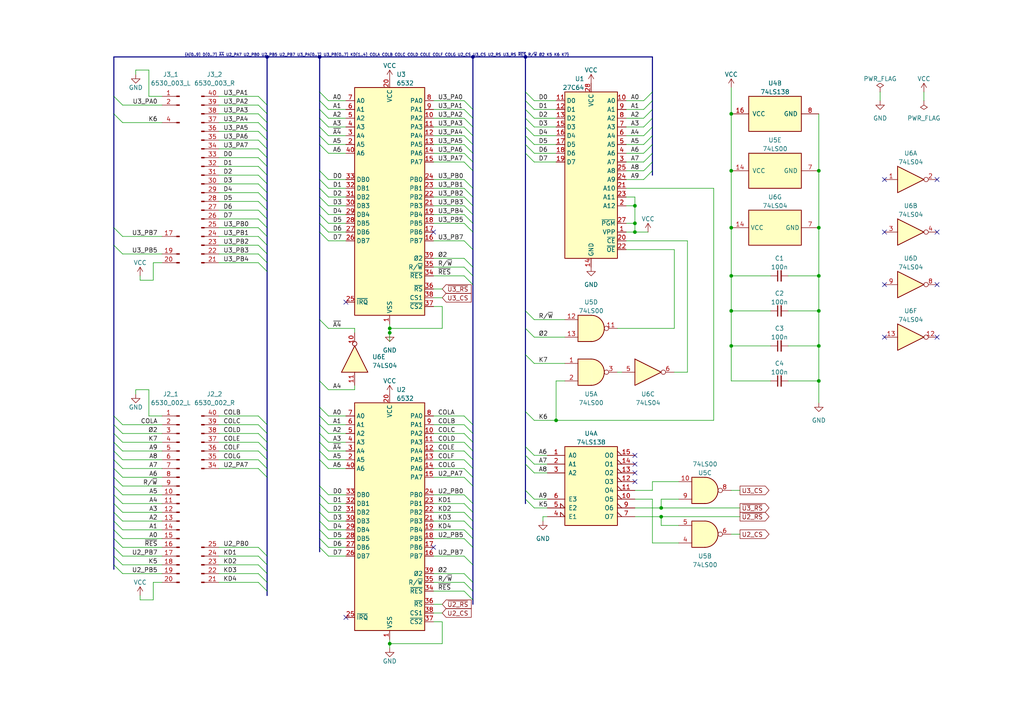
<source format=kicad_sch>
(kicad_sch (version 20230121) (generator eeschema)
  (paper "A4")
  (lib_symbols
    (symbol "74xx:74LS00" (pin_names (offset 1.016))
      (property "Reference" "U" (at 0 1.27 0))
      (property "Value" "74LS00" (at 0 -1.27 0))
      (symbol "74LS00_1_1"
        (pin input line (at -7.62 2.54 0) (length 3.81) (name "~") (number "1"))
        (pin input line (at -7.62 -2.54 0) (length 3.81) (name "~") (number "2"))
        (pin output inverted (at 7.62 0 180) (length 3.81) (name "~") (number "3"))
      )
      (symbol "74LS00_1_2"
        (pin input inverted (at -7.62 2.54 0) (length 4.318) (name "~") (number "1"))
        (pin input inverted (at -7.62 -2.54 0) (length 4.318) (name "~") (number "2"))
        (pin output line (at 7.62 0 180) (length 3.81) (name "~") (number "3"))
      )
      (symbol "74LS00_2_1"
        (pin input line (at -7.62 2.54 0) (length 3.81) (name "~") (number "4"))
        (pin input line (at -7.62 -2.54 0) (length 3.81) (name "~") (number "5"))
        (pin output inverted (at 7.62 0 180) (length 3.81) (name "~") (number "6"))
      )
      (symbol "74LS00_2_2"
        (pin input inverted (at -7.62 2.54 0) (length 4.318) (name "~") (number "4"))
        (pin input inverted (at -7.62 -2.54 0) (length 4.318) (name "~") (number "5"))
        (pin output line (at 7.62 0 180) (length 3.81) (name "~") (number "6"))
      )
      (symbol "74LS00_3_1"
        (pin input line (at -7.62 -2.54 0) (length 3.81) (name "~") (number "10"))
        (pin output inverted (at 7.62 0 180) (length 3.81) (name "~") (number "8"))
        (pin input line (at -7.62 2.54 0) (length 3.81) (name "~") (number "9"))
      )
      (symbol "74LS00_3_2"
        (pin input inverted (at -7.62 -2.54 0) (length 4.318) (name "~") (number "10"))
        (pin output line (at 7.62 0 180) (length 3.81) (name "~") (number "8"))
        (pin input inverted (at -7.62 2.54 0) (length 4.318) (name "~") (number "9"))
      )
      (symbol "74LS00_4_1"
        (pin output inverted (at 7.62 0 180) (length 3.81) (name "~") (number "11"))
        (pin input line (at -7.62 2.54 0) (length 3.81) (name "~") (number "12"))
        (pin input line (at -7.62 -2.54 0) (length 3.81) (name "~") (number "13"))
      )
      (symbol "74LS00_4_2"
        (pin output line (at 7.62 0 180) (length 3.81) (name "~") (number "11"))
        (pin input inverted (at -7.62 2.54 0) (length 4.318) (name "~") (number "12"))
        (pin input inverted (at -7.62 -2.54 0) (length 4.318) (name "~") (number "13"))
      )
      (symbol "74LS00_5_0"
        (pin power_in line (at 0 12.7 270) (length 5.08) (name "VCC") (number "14"))
        (pin power_in line (at 0 -12.7 90) (length 5.08) (name "GND") (number "7"))
      )
    )
    (symbol "74xx:74LS04"
      (property "Reference" "U" (at 0 1.27 0))
      (property "Value" "74LS04" (at 0 -1.27 0))
      (symbol "74LS04_1_0"
        (pin input line (at -7.62 0 0) (length 3.81) (name "~") (number "1"))
        (pin output inverted (at 7.62 0 180) (length 3.81) (name "~") (number "2"))
      )
      (symbol "74LS04_2_0"
        (pin input line (at -7.62 0 0) (length 3.81) (name "~") (number "3"))
        (pin output inverted (at 7.62 0 180) (length 3.81) (name "~") (number "4"))
      )
      (symbol "74LS04_3_0"
        (pin input line (at -7.62 0 0) (length 3.81) (name "~") (number "5"))
        (pin output inverted (at 7.62 0 180) (length 3.81) (name "~") (number "6"))
      )
      (symbol "74LS04_4_0"
        (pin output inverted (at 7.62 0 180) (length 3.81) (name "~") (number "8"))
        (pin input line (at -7.62 0 0) (length 3.81) (name "~") (number "9"))
      )
      (symbol "74LS04_5_0"
        (pin output inverted (at 7.62 0 180) (length 3.81) (name "~") (number "10"))
        (pin input line (at -7.62 0 0) (length 3.81) (name "~") (number "11"))
      )
      (symbol "74LS04_6_0"
        (pin output inverted (at 7.62 0 180) (length 3.81) (name "~") (number "12"))
        (pin input line (at -7.62 0 0) (length 3.81) (name "~") (number "13"))
      )
      (symbol "74LS04_7_0"
        (pin power_in line (at 0 12.7 270) (length 5.08) (name "VCC") (number "14"))
        (pin power_in line (at 0 -12.7 90) (length 5.08) (name "GND") (number "7"))
      )
    )
    (symbol "Device:C_Small" (pin_numbers hide) (pin_names (offset 0.254) hide)
      (property "Reference" "C" (at 0.254 1.778 0))
      (property "Value" "C_Small" (at 0.254 -2.032 0))
      (symbol "C_Small_1_1"
        (pin passive line (at 0 2.54 270) (length 2.032) (name "~") (number "1"))
        (pin passive line (at 0 -2.54 90) (length 2.032) (name "~") (number "2"))
      )
    )
    (symbol "KIM-1:6532"
      (property "Reference" "U" (at -8.89 33.655 0))
      (property "Value" "6532" (at 10.16 33.655 0))
      (symbol "6532_1_1"
        (pin power_in line (at 0 -35.56 90) (length 2.54) (name "VSS") (number "1"))
        (pin bidirectional line (at 12.7 24.13 180) (length 2.54) (name "PA2") (number "10"))
        (pin bidirectional line (at 12.7 21.59 180) (length 2.54) (name "PA3") (number "11"))
        (pin bidirectional line (at 12.7 19.05 180) (length 2.54) (name "PA4") (number "12"))
        (pin bidirectional line (at 12.7 16.51 180) (length 2.54) (name "PA5") (number "13"))
        (pin bidirectional line (at 12.7 13.97 180) (length 2.54) (name "PA6") (number "14"))
        (pin bidirectional line (at 12.7 11.43 180) (length 2.54) (name "PA7") (number "15"))
        (pin bidirectional line (at 12.7 -11.43 180) (length 2.54) (name "PB7") (number "16"))
        (pin bidirectional line (at 12.7 -8.89 180) (length 2.54) (name "PB6") (number "17"))
        (pin bidirectional line (at 12.7 -6.35 180) (length 2.54) (name "PB5") (number "18"))
        (pin bidirectional line (at 12.7 -3.81 180) (length 2.54) (name "PB4") (number "19"))
        (pin input line (at -12.7 16.51 0) (length 2.54) (name "A5") (number "2"))
        (pin power_in line (at 0 35.56 270) (length 2.54) (name "VCC") (number "20"))
        (pin bidirectional line (at 12.7 -1.27 180) (length 2.54) (name "PB3") (number "21"))
        (pin bidirectional line (at 12.7 1.27 180) (length 2.54) (name "PB2") (number "22"))
        (pin bidirectional line (at 12.7 3.81 180) (length 2.54) (name "PB1") (number "23"))
        (pin bidirectional line (at 12.7 6.35 180) (length 2.54) (name "PB0") (number "24"))
        (pin bidirectional line (at -12.7 -29.21 0) (length 2.54) (name "~{IRQ}") (number "25"))
        (pin bidirectional line (at -12.7 -11.43 0) (length 2.54) (name "DB7") (number "26"))
        (pin bidirectional line (at -12.7 -8.89 0) (length 2.54) (name "DB6") (number "27"))
        (pin bidirectional line (at -12.7 -6.35 0) (length 2.54) (name "DB5") (number "28"))
        (pin bidirectional line (at -12.7 -3.81 0) (length 2.54) (name "DB4") (number "29"))
        (pin input line (at -12.7 19.05 0) (length 2.54) (name "A4") (number "3"))
        (pin bidirectional line (at -12.7 -1.27 0) (length 2.54) (name "DB3") (number "30"))
        (pin bidirectional line (at -12.7 1.27 0) (length 2.54) (name "DB2") (number "31"))
        (pin bidirectional line (at -12.7 3.81 0) (length 2.54) (name "DB1") (number "32"))
        (pin bidirectional line (at -12.7 6.35 0) (length 2.54) (name "DB0") (number "33"))
        (pin input line (at 12.7 -21.59 180) (length 2.54) (name "~{RES}") (number "34"))
        (pin input line (at 12.7 -19.05 180) (length 2.54) (name "R/~{W}") (number "35"))
        (pin input line (at 12.7 -25.4 180) (length 2.54) (name "~{RS}") (number "36"))
        (pin input line (at 12.7 -30.48 180) (length 2.54) (name "~{CS2}") (number "37"))
        (pin input line (at 12.7 -27.94 180) (length 2.54) (name "CS1") (number "38"))
        (pin input line (at 12.7 -16.51 180) (length 2.54) (name "Ø2") (number "39"))
        (pin input line (at -12.7 21.59 0) (length 2.54) (name "A3") (number "4"))
        (pin input line (at -12.7 13.97 0) (length 2.54) (name "A6") (number "40"))
        (pin input line (at -12.7 24.13 0) (length 2.54) (name "A2") (number "5"))
        (pin input line (at -12.7 26.67 0) (length 2.54) (name "A1") (number "6"))
        (pin input line (at -12.7 29.21 0) (length 2.54) (name "A0") (number "7"))
        (pin bidirectional line (at 12.7 29.21 180) (length 2.54) (name "PA0") (number "8"))
        (pin bidirectional line (at 12.7 26.67 180) (length 2.54) (name "PA1") (number "9"))
      )
    )
    (symbol "KIM-1:74LS138" (pin_names (offset 1.016))
      (property "Reference" "U" (at 0 1.27 0))
      (property "Value" "74LS138" (at 0 -1.27 0))
      (symbol "74LS138_1_0"
        (pin input line (at -12.7 7.62 0) (length 5.08) (name "A0") (number "1"))
        (pin output output_low (at 12.7 -5.08 180) (length 5.08) (name "O5") (number "10"))
        (pin output output_low (at 12.7 -2.54 180) (length 5.08) (name "O4") (number "11"))
        (pin output output_low (at 12.7 0 180) (length 5.08) (name "O3") (number "12"))
        (pin output output_low (at 12.7 2.54 180) (length 5.08) (name "O2") (number "13"))
        (pin output output_low (at 12.7 5.08 180) (length 5.08) (name "O1") (number "14"))
        (pin output output_low (at 12.7 7.62 180) (length 5.08) (name "O0") (number "15"))
        (pin input line (at -12.7 5.08 0) (length 5.08) (name "A1") (number "2"))
        (pin input line (at -12.7 2.54 0) (length 5.08) (name "A2") (number "3"))
        (pin input input_low (at -12.7 -10.16 0) (length 5.08) (name "E1") (number "4"))
        (pin input input_low (at -12.7 -7.62 0) (length 5.08) (name "E2") (number "5"))
        (pin input line (at -12.7 -5.08 0) (length 5.08) (name "E3") (number "6"))
        (pin output output_low (at 12.7 -10.16 180) (length 5.08) (name "O7") (number "7"))
        (pin output output_low (at 12.7 -7.62 180) (length 5.08) (name "O6") (number "9"))
      )
      (symbol "74LS138_2_0"
        (pin power_in line (at 0 12.7 270) (length 5.08) (name "VCC") (number "16"))
        (pin power_in line (at 0 -12.7 90) (length 5.08) (name "GND") (number "8"))
      )
    )
    (symbol "KIM-1:Conn_01x20_Pin_A" (pin_names (offset 1.016) hide)
      (property "Reference" "J" (at 0 25.4 0))
      (property "Value" "Conn_01x20_Pin_A" (at 0 -27.94 0))
      (symbol "Conn_01x20_Pin_A_1_1"
        (pin passive line (at 5.08 22.86 180) (length 3.81) (name "Pin_1") (number "1"))
        (pin passive line (at 5.08 0 180) (length 3.81) (name "Pin_10") (number "10"))
        (pin passive line (at 5.08 -2.54 180) (length 3.81) (name "Pin_11") (number "11"))
        (pin passive line (at 5.08 -5.08 180) (length 3.81) (name "Pin_12") (number "12"))
        (pin passive line (at 5.08 -7.62 180) (length 3.81) (name "Pin_13") (number "13"))
        (pin passive line (at 5.08 -10.16 180) (length 3.81) (name "Pin_14") (number "14"))
        (pin passive line (at 5.08 -12.7 180) (length 3.81) (name "Pin_15") (number "15"))
        (pin passive line (at 5.08 -15.24 180) (length 3.81) (name "Pin_16") (number "16"))
        (pin passive line (at 5.08 -17.78 180) (length 3.81) (name "Pin_17") (number "17"))
        (pin passive line (at 5.08 -20.32 180) (length 3.81) (name "Pin_18") (number "18"))
        (pin passive line (at 5.08 -22.86 180) (length 3.81) (name "Pin_19") (number "19"))
        (pin passive line (at 5.08 20.32 180) (length 3.81) (name "Pin_2") (number "2"))
        (pin passive line (at 5.08 -25.4 180) (length 3.81) (name "Pin_20") (number "20"))
        (pin passive line (at 5.08 17.78 180) (length 3.81) (name "Pin_3") (number "3"))
        (pin passive line (at 5.08 15.24 180) (length 3.81) (name "Pin_4") (number "4"))
        (pin passive line (at 5.08 12.7 180) (length 3.81) (name "Pin_5") (number "5"))
        (pin passive line (at 5.08 10.16 180) (length 3.81) (name "Pin_6") (number "6"))
        (pin passive line (at 5.08 7.62 180) (length 3.81) (name "Pin_7") (number "7"))
        (pin passive line (at 5.08 5.08 180) (length 3.81) (name "Pin_8") (number "8"))
        (pin passive line (at 5.08 2.54 180) (length 3.81) (name "Pin_9") (number "9"))
      )
    )
    (symbol "KIM-1:Conn_01x20_Pin_B" (pin_names (offset 1.016) hide)
      (property "Reference" "J5" (at -0.635 26.67 0))
      (property "Value" "Conn_01x20_Pin_B" (at -0.635 24.13 0))
      (symbol "Conn_01x20_Pin_B_1_1"
        (pin passive line (at 5.08 -25.4 180) (length 3.81) (name "Pin_21") (number "21"))
        (pin passive line (at 5.08 -22.86 180) (length 3.81) (name "Pin_22") (number "22"))
        (pin passive line (at 5.08 -20.32 180) (length 3.81) (name "Pin_23") (number "23"))
        (pin passive line (at 5.08 -17.78 180) (length 3.81) (name "Pin_24") (number "24"))
        (pin passive line (at 5.08 -15.24 180) (length 3.81) (name "Pin_25") (number "25"))
        (pin passive line (at 5.08 -12.7 180) (length 3.81) (name "Pin_26") (number "26"))
        (pin passive line (at 5.08 -10.16 180) (length 3.81) (name "Pin_27") (number "27"))
        (pin passive line (at 5.08 -7.62 180) (length 3.81) (name "Pin_28") (number "28"))
        (pin passive line (at 5.08 -5.08 180) (length 3.81) (name "Pin_29") (number "29"))
        (pin passive line (at 5.08 -2.54 180) (length 3.81) (name "Pin_30") (number "30"))
        (pin passive line (at 5.08 0 180) (length 3.81) (name "Pin_31") (number "31"))
        (pin passive line (at 5.08 2.54 180) (length 3.81) (name "Pin_32") (number "32"))
        (pin passive line (at 5.08 5.08 180) (length 3.81) (name "Pin_33") (number "33"))
        (pin passive line (at 5.08 7.62 180) (length 3.81) (name "Pin_34") (number "34"))
        (pin passive line (at 5.08 10.16 180) (length 3.81) (name "Pin_35") (number "35"))
        (pin passive line (at 5.08 12.7 180) (length 3.81) (name "Pin_36") (number "36"))
        (pin passive line (at 5.08 15.24 180) (length 3.81) (name "Pin_37") (number "37"))
        (pin passive line (at 5.08 17.78 180) (length 3.81) (name "Pin_38") (number "38"))
        (pin passive line (at 5.08 20.32 180) (length 3.81) (name "Pin_39") (number "39"))
        (pin passive line (at 5.08 22.86 180) (length 3.81) (name "Pin_40") (number "40"))
      )
    )
    (symbol "KIM-1:Conn_01x20_Pin_C" (pin_names (offset 1.016) hide)
      (property "Reference" "J" (at 0 25.4 0))
      (property "Value" "Conn_01x20_Pin_C" (at 0 -27.94 0))
      (symbol "Conn_01x20_Pin_C_1_1"
        (pin passive line (at 5.08 22.86 180) (length 3.81) (name "Pin_1") (number "1"))
        (pin passive line (at 5.08 -17.78 180) (length 3.81) (name "Pin_17") (number "17"))
        (pin passive line (at 5.08 -22.86 180) (length 3.81) (name "Pin_19") (number "19"))
        (pin passive line (at 5.08 20.32 180) (length 3.81) (name "Pin_2") (number "2"))
        (pin passive line (at 5.08 -25.4 180) (length 3.81) (name "Pin_20") (number "20"))
        (pin passive line (at 5.08 15.24 180) (length 3.81) (name "Pin_4") (number "4"))
      )
    )
    (symbol "KIM-1:Conn_01x20_Pin_D" (pin_names (offset 1.016) hide)
      (property "Reference" "J5" (at -0.635 29.845 0))
      (property "Value" "Conn_01x20_Pin_D" (at -0.635 27.305 0))
      (symbol "Conn_01x20_Pin_D_1_1"
        (pin passive line (at 5.08 -25.4 180) (length 3.81) (name "Pin_21") (number "21"))
        (pin passive line (at 5.08 -22.86 180) (length 3.81) (name "Pin_22") (number "22"))
        (pin passive line (at 5.08 -20.32 180) (length 3.81) (name "Pin_23") (number "23"))
        (pin passive line (at 5.08 -17.78 180) (length 3.81) (name "Pin_24") (number "24"))
        (pin passive line (at 5.08 -15.24 180) (length 3.81) (name "Pin_25") (number "25"))
        (pin passive line (at 5.08 7.62 180) (length 3.81) (name "Pin_34") (number "34"))
        (pin passive line (at 5.08 10.16 180) (length 3.81) (name "Pin_35") (number "35"))
        (pin passive line (at 5.08 12.7 180) (length 3.81) (name "Pin_36") (number "36"))
        (pin passive line (at 5.08 15.24 180) (length 3.81) (name "Pin_37") (number "37"))
        (pin passive line (at 5.08 17.78 180) (length 3.81) (name "Pin_38") (number "38"))
        (pin passive line (at 5.08 20.32 180) (length 3.81) (name "Pin_39") (number "39"))
        (pin passive line (at 5.08 22.86 180) (length 3.81) (name "Pin_40") (number "40"))
      )
    )
    (symbol "Memory_EPROM:27C64"
      (property "Reference" "U" (at -7.62 24.13 0))
      (property "Value" "27C64" (at 2.54 -26.67 0))
      (symbol "27C64_1_1"
        (pin input line (at -10.16 -17.78 0) (length 2.54) (name "VPP") (number "1"))
        (pin input line (at -10.16 20.32 0) (length 2.54) (name "A0") (number "10"))
        (pin tri_state line (at 10.16 20.32 180) (length 2.54) (name "D0") (number "11"))
        (pin tri_state line (at 10.16 17.78 180) (length 2.54) (name "D1") (number "12"))
        (pin tri_state line (at 10.16 15.24 180) (length 2.54) (name "D2") (number "13"))
        (pin power_in line (at 0 -27.94 90) (length 2.54) (name "GND") (number "14"))
        (pin tri_state line (at 10.16 12.7 180) (length 2.54) (name "D3") (number "15"))
        (pin tri_state line (at 10.16 10.16 180) (length 2.54) (name "D4") (number "16"))
        (pin tri_state line (at 10.16 7.62 180) (length 2.54) (name "D5") (number "17"))
        (pin tri_state line (at 10.16 5.08 180) (length 2.54) (name "D6") (number "18"))
        (pin tri_state line (at 10.16 2.54 180) (length 2.54) (name "D7") (number "19"))
        (pin input line (at -10.16 -10.16 0) (length 2.54) (name "A12") (number "2"))
        (pin input line (at -10.16 -20.32 0) (length 2.54) (name "~{CE}") (number "20"))
        (pin input line (at -10.16 -5.08 0) (length 2.54) (name "A10") (number "21"))
        (pin input line (at -10.16 -22.86 0) (length 2.54) (name "~{OE}") (number "22"))
        (pin input line (at -10.16 -7.62 0) (length 2.54) (name "A11") (number "23"))
        (pin input line (at -10.16 -2.54 0) (length 2.54) (name "A9") (number "24"))
        (pin input line (at -10.16 0 0) (length 2.54) (name "A8") (number "25"))
        (pin no_connect line (at 7.62 0 180) (length 2.54) hide (name "NC") (number "26"))
        (pin input line (at -10.16 -15.24 0) (length 2.54) (name "~{PGM}") (number "27"))
        (pin power_in line (at 0 25.4 270) (length 2.54) (name "VCC") (number "28"))
        (pin input line (at -10.16 2.54 0) (length 2.54) (name "A7") (number "3"))
        (pin input line (at -10.16 5.08 0) (length 2.54) (name "A6") (number "4"))
        (pin input line (at -10.16 7.62 0) (length 2.54) (name "A5") (number "5"))
        (pin input line (at -10.16 10.16 0) (length 2.54) (name "A4") (number "6"))
        (pin input line (at -10.16 12.7 0) (length 2.54) (name "A3") (number "7"))
        (pin input line (at -10.16 15.24 0) (length 2.54) (name "A2") (number "8"))
        (pin input line (at -10.16 17.78 0) (length 2.54) (name "A1") (number "9"))
      )
    )
    (symbol "power:GND" (power) (pin_names (offset 0))
      (property "Value" "GND" (at 0 -3.81 0))
      (symbol "GND_1_1"
        (pin power_in line (at 0 0 270) (length 0) hide (name "GND") (number "1"))
      )
    )
    (symbol "power:PWR_FLAG" (power) (pin_numbers hide) (pin_names (offset 0) hide)
      (property "Value" "PWR_FLAG" (at 0 3.81 0))
      (symbol "PWR_FLAG_0_0"
        (pin power_out line (at 0 0 90) (length 0) (name "pwr") (number "1"))
      )
    )
    (symbol "power:VCC" (power) (pin_names (offset 0))
      (property "Value" "VCC" (at 0 3.81 0))
      (symbol "VCC_1_1"
        (pin power_in line (at 0 0 90) (length 0) hide (name "VCC") (number "1"))
      )
    )
  )
  (junction (at 137.16 16.51))
  (junction (at 237.49 66.04))
  (junction (at 191.77 149.86))
  (junction (at 212.09 90.17))
  (junction (at 191.77 147.32))
  (junction (at 161.29 121.92))
  (junction (at 212.09 66.04))
  (junction (at 184.15 59.69))
  (junction (at 237.49 110.49))
  (junction (at 237.49 49.53))
  (junction (at 212.09 100.33))
  (junction (at 113.03 95.25))
  (junction (at 212.09 33.02))
  (junction (at 237.49 90.17))
  (junction (at 113.03 186.69))
  (junction (at 212.09 49.53))
  (junction (at 113.03 96.52))
  (junction (at 184.15 64.77))
  (junction (at 237.49 80.01))
  (junction (at 184.15 67.31))
  (junction (at 152.4 16.51))
  (junction (at 237.49 100.33))
  (junction (at 212.09 80.01))
  (junction (at 77.47 16.51))
  (junction (at 92.71 16.51))
  (no_connect (at 184.15 132.08))
  (no_connect (at 184.15 139.7))
  (no_connect (at 125.73 67.31))
  (no_connect (at 271.78 67.31))
  (no_connect (at 125.73 158.75))
  (no_connect (at 271.78 82.55))
  (no_connect (at 271.78 97.79))
  (no_connect (at 256.54 82.55))
  (no_connect (at 256.54 52.07))
  (no_connect (at 271.78 52.07))
  (no_connect (at 100.33 179.07))
  (no_connect (at 100.33 87.63))
  (no_connect (at 184.15 137.16))
  (no_connect (at 256.54 97.79))
  (no_connect (at 256.54 67.31))
  (no_connect (at 184.15 134.62))
  (bus_entry (at 74.93 53.34) (size 2.54 2.54))
  (bus_entry (at 134.62 57.15) (size 2.54 2.54))
  (bus_entry (at 74.93 166.37) (size 2.54 2.54))
  (bus_entry (at 92.71 31.75) (size 2.54 2.54))
  (bus_entry (at 189.23 41.91) (size -2.54 2.54))
  (bus_entry (at 92.71 36.83) (size 2.54 2.54))
  (bus_entry (at 33.02 158.75) (size 2.54 2.54))
  (bus_entry (at 152.4 39.37) (size 2.54 2.54))
  (bus_entry (at 152.4 90.17) (size 2.54 2.54))
  (bus_entry (at 33.02 148.59) (size 2.54 2.54))
  (bus_entry (at 134.62 74.93) (size 2.54 2.54))
  (bus_entry (at 134.62 77.47) (size 2.54 2.54))
  (bus_entry (at 134.62 133.35) (size 2.54 2.54))
  (bus_entry (at 92.71 59.69) (size 2.54 2.54))
  (bus_entry (at 189.23 34.29) (size -2.54 2.54))
  (bus_entry (at 74.93 50.8) (size 2.54 2.54))
  (bus_entry (at 33.02 120.65) (size 2.54 2.54))
  (bus_entry (at 74.93 55.88) (size 2.54 2.54))
  (bus_entry (at 92.71 67.31) (size 2.54 2.54))
  (bus_entry (at 74.93 60.96) (size 2.54 2.54))
  (bus_entry (at 189.23 44.45) (size -2.54 2.54))
  (bus_entry (at 74.93 135.89) (size 2.54 2.54))
  (bus_entry (at 152.4 26.67) (size 2.54 2.54))
  (bus_entry (at 74.93 125.73) (size 2.54 2.54))
  (bus_entry (at 134.62 138.43) (size 2.54 2.54))
  (bus_entry (at 92.71 123.19) (size 2.54 2.54))
  (bus_entry (at 152.4 134.62) (size 2.54 2.54))
  (bus_entry (at 134.62 171.45) (size 2.54 2.54))
  (bus_entry (at 152.4 41.91) (size 2.54 2.54))
  (bus_entry (at 33.02 143.51) (size 2.54 2.54))
  (bus_entry (at 74.93 168.91) (size 2.54 2.54))
  (bus_entry (at 134.62 156.21) (size 2.54 2.54))
  (bus_entry (at 189.23 29.21) (size -2.54 2.54))
  (bus_entry (at 134.62 166.37) (size 2.54 2.54))
  (bus_entry (at 92.71 130.81) (size 2.54 2.54))
  (bus_entry (at 134.62 168.91) (size 2.54 2.54))
  (bus_entry (at 92.71 29.21) (size 2.54 2.54))
  (bus_entry (at 74.93 128.27) (size 2.54 2.54))
  (bus_entry (at 92.71 140.97) (size 2.54 2.54))
  (bus_entry (at 74.93 35.56) (size 2.54 2.54))
  (bus_entry (at 134.62 151.13) (size 2.54 2.54))
  (bus_entry (at 92.71 120.65) (size 2.54 2.54))
  (bus_entry (at 134.62 148.59) (size 2.54 2.54))
  (bus_entry (at 33.02 140.97) (size 2.54 2.54))
  (bus_entry (at 74.93 27.94) (size 2.54 2.54))
  (bus_entry (at 92.71 41.91) (size 2.54 2.54))
  (bus_entry (at 134.62 120.65) (size 2.54 2.54))
  (bus_entry (at 92.71 26.67) (size 2.54 2.54))
  (bus_entry (at 33.02 128.27) (size 2.54 2.54))
  (bus_entry (at 134.62 143.51) (size 2.54 2.54))
  (bus_entry (at 33.02 66.04) (size 2.54 2.54))
  (bus_entry (at 74.93 123.19) (size 2.54 2.54))
  (bus_entry (at 134.62 54.61) (size 2.54 2.54))
  (bus_entry (at 92.71 39.37) (size 2.54 2.54))
  (bus_entry (at 33.02 123.19) (size 2.54 2.54))
  (bus_entry (at 33.02 138.43) (size 2.54 2.54))
  (bus_entry (at 33.02 133.35) (size 2.54 2.54))
  (bus_entry (at 33.02 135.89) (size 2.54 2.54))
  (bus_entry (at 92.71 128.27) (size 2.54 2.54))
  (bus_entry (at 92.71 49.53) (size 2.54 2.54))
  (bus_entry (at 189.23 39.37) (size -2.54 2.54))
  (bus_entry (at 92.71 34.29) (size 2.54 2.54))
  (bus_entry (at 92.71 151.13) (size 2.54 2.54))
  (bus_entry (at 152.4 129.54) (size 2.54 2.54))
  (bus_entry (at 33.02 33.02) (size 2.54 2.54))
  (bus_entry (at 92.71 156.21) (size 2.54 2.54))
  (bus_entry (at 33.02 130.81) (size 2.54 2.54))
  (bus_entry (at 134.62 36.83) (size 2.54 2.54))
  (bus_entry (at 33.02 153.67) (size 2.54 2.54))
  (bus_entry (at 152.4 95.25) (size 2.54 2.54))
  (bus_entry (at 74.93 58.42) (size 2.54 2.54))
  (bus_entry (at 134.62 153.67) (size 2.54 2.54))
  (bus_entry (at 134.62 69.85) (size 2.54 2.54))
  (bus_entry (at 152.4 142.24) (size 2.54 2.54))
  (bus_entry (at 152.4 132.08) (size 2.54 2.54))
  (bus_entry (at 74.93 33.02) (size 2.54 2.54))
  (bus_entry (at 92.71 52.07) (size 2.54 2.54))
  (bus_entry (at 152.4 144.78) (size 2.54 2.54))
  (bus_entry (at 74.93 73.66) (size 2.54 2.54))
  (bus_entry (at 92.71 143.51) (size 2.54 2.54))
  (bus_entry (at 74.93 71.12) (size 2.54 2.54))
  (bus_entry (at 74.93 120.65) (size 2.54 2.54))
  (bus_entry (at 74.93 68.58) (size 2.54 2.54))
  (bus_entry (at 134.62 146.05) (size 2.54 2.54))
  (bus_entry (at 92.71 146.05) (size 2.54 2.54))
  (bus_entry (at 92.71 57.15) (size 2.54 2.54))
  (bus_entry (at 92.71 153.67) (size 2.54 2.54))
  (bus_entry (at 134.62 64.77) (size 2.54 2.54))
  (bus_entry (at 152.4 119.38) (size 2.54 2.54))
  (bus_entry (at 74.93 40.64) (size 2.54 2.54))
  (bus_entry (at 74.93 161.29) (size 2.54 2.54))
  (bus_entry (at 74.93 66.04) (size 2.54 2.54))
  (bus_entry (at 92.71 148.59) (size 2.54 2.54))
  (bus_entry (at 74.93 38.1) (size 2.54 2.54))
  (bus_entry (at 134.62 52.07) (size 2.54 2.54))
  (bus_entry (at 134.62 161.29) (size 2.54 2.54))
  (bus_entry (at 33.02 71.12) (size 2.54 2.54))
  (bus_entry (at 74.93 43.18) (size 2.54 2.54))
  (bus_entry (at 152.4 102.87) (size 2.54 2.54))
  (bus_entry (at 134.62 29.21) (size 2.54 2.54))
  (bus_entry (at 134.62 34.29) (size 2.54 2.54))
  (bus_entry (at 33.02 156.21) (size 2.54 2.54))
  (bus_entry (at 92.71 158.75) (size 2.54 2.54))
  (bus_entry (at 189.23 46.99) (size -2.54 2.54))
  (bus_entry (at 33.02 163.83) (size 2.54 2.54))
  (bus_entry (at 33.02 146.05) (size 2.54 2.54))
  (bus_entry (at 74.93 163.83) (size 2.54 2.54))
  (bus_entry (at 152.4 36.83) (size 2.54 2.54))
  (bus_entry (at 92.71 110.49) (size 2.54 2.54))
  (bus_entry (at 189.23 31.75) (size -2.54 2.54))
  (bus_entry (at 33.02 151.13) (size 2.54 2.54))
  (bus_entry (at 33.02 125.73) (size 2.54 2.54))
  (bus_entry (at 134.62 125.73) (size 2.54 2.54))
  (bus_entry (at 152.4 31.75) (size 2.54 2.54))
  (bus_entry (at 74.93 133.35) (size 2.54 2.54))
  (bus_entry (at 134.62 123.19) (size 2.54 2.54))
  (bus_entry (at 134.62 128.27) (size 2.54 2.54))
  (bus_entry (at 134.62 44.45) (size 2.54 2.54))
  (bus_entry (at 74.93 48.26) (size 2.54 2.54))
  (bus_entry (at 134.62 31.75) (size 2.54 2.54))
  (bus_entry (at 152.4 44.45) (size 2.54 2.54))
  (bus_entry (at 189.23 36.83) (size -2.54 2.54))
  (bus_entry (at 74.93 63.5) (size 2.54 2.54))
  (bus_entry (at 134.62 59.69) (size 2.54 2.54))
  (bus_entry (at 74.93 30.48) (size 2.54 2.54))
  (bus_entry (at 92.71 54.61) (size 2.54 2.54))
  (bus_entry (at 134.62 39.37) (size 2.54 2.54))
  (bus_entry (at 74.93 158.75) (size 2.54 2.54))
  (bus_entry (at 92.71 62.23) (size 2.54 2.54))
  (bus_entry (at 152.4 29.21) (size 2.54 2.54))
  (bus_entry (at 74.93 45.72) (size 2.54 2.54))
  (bus_entry (at 33.02 27.94) (size 2.54 2.54))
  (bus_entry (at 92.71 133.35) (size 2.54 2.54))
  (bus_entry (at 33.02 161.29) (size 2.54 2.54))
  (bus_entry (at 152.4 34.29) (size 2.54 2.54))
  (bus_entry (at 134.62 62.23) (size 2.54 2.54))
  (bus_entry (at 134.62 46.99) (size 2.54 2.54))
  (bus_entry (at 134.62 135.89) (size 2.54 2.54))
  (bus_entry (at 74.93 130.81) (size 2.54 2.54))
  (bus_entry (at 134.62 80.01) (size 2.54 2.54))
  (bus_entry (at 92.71 125.73) (size 2.54 2.54))
  (bus_entry (at 92.71 118.11) (size 2.54 2.54))
  (bus_entry (at 92.71 64.77) (size 2.54 2.54))
  (bus_entry (at 74.93 76.2) (size 2.54 2.54))
  (bus_entry (at 134.62 41.91) (size 2.54 2.54))
  (bus_entry (at 134.62 130.81) (size 2.54 2.54))
  (bus_entry (at 189.23 26.67) (size -2.54 2.54))
  (bus_entry (at 189.23 49.53) (size -2.54 2.54))
  (bus_entry (at 92.71 92.71) (size 2.54 2.54))
  (bus (pts (xy 92.71 143.51) (xy 92.71 146.05)))
  (bus (pts (xy 137.16 34.29) (xy 137.16 36.83)))
  (wire (pts (xy 125.73 138.43) (xy 134.62 138.43)))
  (bus (pts (xy 77.47 71.12) (xy 77.47 73.66)))
  (wire (pts (xy 102.87 96.52) (xy 102.87 95.25)))
  (wire (pts (xy 128.27 186.69) (xy 113.03 186.69)))
  (wire (pts (xy 95.25 130.81) (xy 100.33 130.81)))
  (wire (pts (xy 125.73 135.89) (xy 134.62 135.89)))
  (wire (pts (xy 191.77 144.78) (xy 196.85 144.78)))
  (wire (pts (xy 113.03 96.52) (xy 113.03 99.06)))
  (wire (pts (xy 212.09 100.33) (xy 223.52 100.33)))
  (bus (pts (xy 77.47 166.37) (xy 77.47 168.91)))
  (wire (pts (xy 125.73 31.75) (xy 134.62 31.75)))
  (wire (pts (xy 35.56 133.35) (xy 46.99 133.35)))
  (bus (pts (xy 189.23 41.91) (xy 189.23 39.37)))
  (wire (pts (xy 154.94 39.37) (xy 161.29 39.37)))
  (bus (pts (xy 92.71 49.53) (xy 92.71 52.07)))
  (wire (pts (xy 35.56 125.73) (xy 46.99 125.73)))
  (wire (pts (xy 63.5 63.5) (xy 74.93 63.5)))
  (bus (pts (xy 33.02 66.04) (xy 33.02 71.12)))
  (wire (pts (xy 237.49 66.04) (xy 237.49 80.01)))
  (bus (pts (xy 137.16 72.39) (xy 137.16 67.31)))
  (wire (pts (xy 95.25 120.65) (xy 100.33 120.65)))
  (bus (pts (xy 33.02 130.81) (xy 33.02 133.35)))
  (wire (pts (xy 63.5 161.29) (xy 74.93 161.29)))
  (wire (pts (xy 35.56 143.51) (xy 46.99 143.51)))
  (wire (pts (xy 125.73 86.36) (xy 128.27 86.36)))
  (bus (pts (xy 137.16 168.91) (xy 137.16 171.45)))
  (bus (pts (xy 189.23 36.83) (xy 189.23 34.29)))
  (wire (pts (xy 125.73 64.77) (xy 134.62 64.77)))
  (bus (pts (xy 92.71 36.83) (xy 92.71 39.37)))
  (wire (pts (xy 125.73 44.45) (xy 134.62 44.45)))
  (wire (pts (xy 212.09 80.01) (xy 223.52 80.01)))
  (wire (pts (xy 102.87 113.03) (xy 102.87 111.76)))
  (bus (pts (xy 92.71 130.81) (xy 92.71 133.35)))
  (wire (pts (xy 95.25 54.61) (xy 100.33 54.61)))
  (bus (pts (xy 33.02 135.89) (xy 33.02 138.43)))
  (wire (pts (xy 154.94 31.75) (xy 161.29 31.75)))
  (wire (pts (xy 95.25 52.07) (xy 100.33 52.07)))
  (bus (pts (xy 92.71 110.49) (xy 92.71 118.11)))
  (bus (pts (xy 92.71 148.59) (xy 92.71 151.13)))
  (bus (pts (xy 137.16 46.99) (xy 137.16 49.53)))
  (bus (pts (xy 137.16 171.45) (xy 137.16 173.99)))
  (bus (pts (xy 152.4 39.37) (xy 152.4 41.91)))
  (wire (pts (xy 212.09 25.4) (xy 212.09 33.02)))
  (bus (pts (xy 33.02 163.83) (xy 33.02 165.1)))
  (bus (pts (xy 137.16 133.35) (xy 137.16 130.81)))
  (wire (pts (xy 195.58 72.39) (xy 195.58 95.25)))
  (bus (pts (xy 137.16 16.51) (xy 137.16 31.75)))
  (bus (pts (xy 189.23 26.67) (xy 189.23 16.51)))
  (bus (pts (xy 92.71 57.15) (xy 92.71 59.69)))
  (wire (pts (xy 35.56 151.13) (xy 46.99 151.13)))
  (wire (pts (xy 154.94 121.92) (xy 161.29 121.92)))
  (wire (pts (xy 40.64 173.99) (xy 44.45 173.99)))
  (wire (pts (xy 161.29 110.49) (xy 161.29 121.92)))
  (wire (pts (xy 125.73 171.45) (xy 134.62 171.45)))
  (wire (pts (xy 95.25 128.27) (xy 100.33 128.27)))
  (wire (pts (xy 35.56 138.43) (xy 46.99 138.43)))
  (wire (pts (xy 154.94 144.78) (xy 158.75 144.78)))
  (wire (pts (xy 63.5 48.26) (xy 74.93 48.26)))
  (wire (pts (xy 43.18 27.94) (xy 46.99 27.94)))
  (bus (pts (xy 152.4 26.67) (xy 152.4 29.21)))
  (bus (pts (xy 92.71 146.05) (xy 92.71 148.59)))
  (wire (pts (xy 191.77 149.86) (xy 214.63 149.86)))
  (wire (pts (xy 44.45 76.2) (xy 46.99 76.2)))
  (bus (pts (xy 92.71 39.37) (xy 92.71 41.91)))
  (wire (pts (xy 95.25 64.77) (xy 100.33 64.77)))
  (wire (pts (xy 63.5 68.58) (xy 74.93 68.58)))
  (bus (pts (xy 33.02 16.51) (xy 77.47 16.51)))
  (wire (pts (xy 95.25 161.29) (xy 100.33 161.29)))
  (wire (pts (xy 161.29 121.92) (xy 207.01 121.92)))
  (wire (pts (xy 125.73 46.99) (xy 134.62 46.99)))
  (wire (pts (xy 125.73 177.8) (xy 128.27 177.8)))
  (wire (pts (xy 157.48 149.86) (xy 157.48 151.13)))
  (wire (pts (xy 195.58 95.25) (xy 179.07 95.25)))
  (bus (pts (xy 77.47 78.74) (xy 77.47 123.19)))
  (wire (pts (xy 186.69 52.07) (xy 181.61 52.07)))
  (bus (pts (xy 33.02 120.65) (xy 33.02 123.19)))
  (bus (pts (xy 137.16 16.51) (xy 152.4 16.51)))
  (bus (pts (xy 137.16 135.89) (xy 137.16 138.43)))
  (bus (pts (xy 77.47 66.04) (xy 77.47 68.58)))
  (bus (pts (xy 33.02 148.59) (xy 33.02 151.13)))
  (wire (pts (xy 196.85 157.48) (xy 189.23 157.48)))
  (bus (pts (xy 33.02 156.21) (xy 33.02 158.75)))
  (bus (pts (xy 137.16 158.75) (xy 137.16 163.83)))
  (wire (pts (xy 95.25 31.75) (xy 100.33 31.75)))
  (wire (pts (xy 95.25 123.19) (xy 100.33 123.19)))
  (bus (pts (xy 92.71 151.13) (xy 92.71 153.67)))
  (bus (pts (xy 92.71 52.07) (xy 92.71 54.61)))
  (wire (pts (xy 35.56 73.66) (xy 46.99 73.66)))
  (bus (pts (xy 77.47 161.29) (xy 77.47 163.83)))
  (bus (pts (xy 137.16 62.23) (xy 137.16 59.69)))
  (wire (pts (xy 35.56 146.05) (xy 46.99 146.05)))
  (bus (pts (xy 137.16 80.01) (xy 137.16 82.55)))
  (bus (pts (xy 33.02 71.12) (xy 33.02 120.65)))
  (wire (pts (xy 181.61 64.77) (xy 184.15 64.77)))
  (bus (pts (xy 152.4 134.62) (xy 152.4 142.24)))
  (wire (pts (xy 189.23 139.7) (xy 196.85 139.7)))
  (wire (pts (xy 44.45 81.28) (xy 44.45 76.2)))
  (wire (pts (xy 125.73 77.47) (xy 134.62 77.47)))
  (wire (pts (xy 207.01 54.61) (xy 207.01 121.92)))
  (wire (pts (xy 128.27 95.25) (xy 113.03 95.25)))
  (wire (pts (xy 199.39 69.85) (xy 199.39 107.95)))
  (wire (pts (xy 237.49 49.53) (xy 237.49 66.04)))
  (wire (pts (xy 181.61 54.61) (xy 207.01 54.61)))
  (bus (pts (xy 137.16 36.83) (xy 137.16 39.37)))
  (wire (pts (xy 125.73 180.34) (xy 128.27 180.34)))
  (wire (pts (xy 186.69 31.75) (xy 181.61 31.75)))
  (wire (pts (xy 113.03 95.25) (xy 113.03 96.52)))
  (wire (pts (xy 212.09 90.17) (xy 223.52 90.17)))
  (bus (pts (xy 92.71 128.27) (xy 92.71 130.81)))
  (wire (pts (xy 154.94 44.45) (xy 161.29 44.45)))
  (wire (pts (xy 39.37 114.3) (xy 39.37 113.03)))
  (bus (pts (xy 33.02 133.35) (xy 33.02 135.89)))
  (bus (pts (xy 137.16 82.55) (xy 137.16 123.19)))
  (wire (pts (xy 237.49 80.01) (xy 237.49 90.17)))
  (wire (pts (xy 128.27 180.34) (xy 128.27 186.69)))
  (bus (pts (xy 137.16 153.67) (xy 137.16 156.21)))
  (wire (pts (xy 125.73 41.91) (xy 134.62 41.91)))
  (bus (pts (xy 77.47 43.18) (xy 77.47 45.72)))
  (bus (pts (xy 92.71 67.31) (xy 92.71 92.71)))
  (wire (pts (xy 35.56 161.29) (xy 46.99 161.29)))
  (wire (pts (xy 212.09 80.01) (xy 212.09 90.17)))
  (wire (pts (xy 63.5 58.42) (xy 74.93 58.42)))
  (wire (pts (xy 63.5 166.37) (xy 74.93 166.37)))
  (bus (pts (xy 152.4 102.87) (xy 152.4 119.38)))
  (wire (pts (xy 212.09 100.33) (xy 212.09 110.49)))
  (wire (pts (xy 63.5 163.83) (xy 74.93 163.83)))
  (wire (pts (xy 95.25 151.13) (xy 100.33 151.13)))
  (bus (pts (xy 33.02 140.97) (xy 33.02 143.51)))
  (bus (pts (xy 152.4 129.54) (xy 152.4 132.08)))
  (wire (pts (xy 154.94 29.21) (xy 161.29 29.21)))
  (wire (pts (xy 186.69 44.45) (xy 181.61 44.45)))
  (bus (pts (xy 137.16 146.05) (xy 137.16 148.59)))
  (wire (pts (xy 95.25 29.21) (xy 100.33 29.21)))
  (wire (pts (xy 125.73 151.13) (xy 134.62 151.13)))
  (wire (pts (xy 95.25 41.91) (xy 100.33 41.91)))
  (wire (pts (xy 35.56 148.59) (xy 46.99 148.59)))
  (wire (pts (xy 95.25 36.83) (xy 100.33 36.83)))
  (wire (pts (xy 35.56 123.19) (xy 46.99 123.19)))
  (wire (pts (xy 186.69 49.53) (xy 181.61 49.53)))
  (wire (pts (xy 154.94 132.08) (xy 158.75 132.08)))
  (wire (pts (xy 125.73 29.21) (xy 134.62 29.21)))
  (bus (pts (xy 77.47 35.56) (xy 77.47 38.1)))
  (wire (pts (xy 154.94 134.62) (xy 158.75 134.62)))
  (wire (pts (xy 154.94 147.32) (xy 158.75 147.32)))
  (wire (pts (xy 35.56 30.48) (xy 46.99 30.48)))
  (bus (pts (xy 137.16 44.45) (xy 137.16 46.99)))
  (wire (pts (xy 43.18 113.03) (xy 43.18 120.65)))
  (wire (pts (xy 186.69 41.91) (xy 181.61 41.91)))
  (wire (pts (xy 40.64 80.01) (xy 40.64 81.28)))
  (wire (pts (xy 154.94 105.41) (xy 163.83 105.41)))
  (wire (pts (xy 158.75 149.86) (xy 157.48 149.86)))
  (wire (pts (xy 95.25 148.59) (xy 100.33 148.59)))
  (wire (pts (xy 184.15 57.15) (xy 184.15 59.69)))
  (wire (pts (xy 125.73 125.73) (xy 134.62 125.73)))
  (wire (pts (xy 184.15 149.86) (xy 191.77 149.86)))
  (wire (pts (xy 125.73 156.21) (xy 134.62 156.21)))
  (bus (pts (xy 92.71 153.67) (xy 92.71 156.21)))
  (wire (pts (xy 212.09 33.02) (xy 212.09 49.53)))
  (wire (pts (xy 191.77 152.4) (xy 191.77 149.86)))
  (bus (pts (xy 77.47 76.2) (xy 77.47 78.74)))
  (wire (pts (xy 181.61 69.85) (xy 199.39 69.85)))
  (wire (pts (xy 63.5 66.04) (xy 74.93 66.04)))
  (wire (pts (xy 95.25 133.35) (xy 100.33 133.35)))
  (bus (pts (xy 77.47 16.51) (xy 92.71 16.51)))
  (bus (pts (xy 77.47 73.66) (xy 77.47 76.2)))
  (bus (pts (xy 77.47 38.1) (xy 77.47 40.64)))
  (bus (pts (xy 33.02 33.02) (xy 33.02 66.04)))
  (wire (pts (xy 63.5 130.81) (xy 74.93 130.81)))
  (bus (pts (xy 92.71 125.73) (xy 92.71 128.27)))
  (bus (pts (xy 189.23 46.99) (xy 189.23 44.45)))
  (bus (pts (xy 92.71 34.29) (xy 92.71 36.83)))
  (bus (pts (xy 152.4 132.08) (xy 152.4 134.62)))
  (wire (pts (xy 186.69 46.99) (xy 181.61 46.99)))
  (wire (pts (xy 125.73 133.35) (xy 134.62 133.35)))
  (bus (pts (xy 137.16 156.21) (xy 137.16 158.75)))
  (wire (pts (xy 35.56 130.81) (xy 46.99 130.81)))
  (wire (pts (xy 95.25 158.75) (xy 100.33 158.75)))
  (wire (pts (xy 63.5 27.94) (xy 74.93 27.94)))
  (wire (pts (xy 35.56 166.37) (xy 46.99 166.37)))
  (wire (pts (xy 189.23 142.24) (xy 189.23 139.7)))
  (wire (pts (xy 199.39 107.95) (xy 195.58 107.95)))
  (bus (pts (xy 137.16 125.73) (xy 137.16 123.19)))
  (bus (pts (xy 77.47 128.27) (xy 77.47 130.81)))
  (bus (pts (xy 77.47 16.51) (xy 77.47 30.48)))
  (wire (pts (xy 63.5 158.75) (xy 74.93 158.75)))
  (wire (pts (xy 63.5 40.64) (xy 74.93 40.64)))
  (wire (pts (xy 35.56 135.89) (xy 46.99 135.89)))
  (wire (pts (xy 35.56 140.97) (xy 46.99 140.97)))
  (wire (pts (xy 191.77 147.32) (xy 214.63 147.32)))
  (wire (pts (xy 237.49 110.49) (xy 237.49 116.84)))
  (bus (pts (xy 77.47 50.8) (xy 77.47 53.34)))
  (wire (pts (xy 181.61 57.15) (xy 184.15 57.15)))
  (bus (pts (xy 92.71 29.21) (xy 92.71 31.75)))
  (bus (pts (xy 152.4 16.51) (xy 152.4 26.67)))
  (wire (pts (xy 125.73 83.82) (xy 128.27 83.82)))
  (wire (pts (xy 35.56 35.56) (xy 46.99 35.56)))
  (bus (pts (xy 92.71 31.75) (xy 92.71 34.29)))
  (bus (pts (xy 137.16 49.53) (xy 137.16 54.61)))
  (bus (pts (xy 92.71 41.91) (xy 92.71 49.53)))
  (wire (pts (xy 125.73 166.37) (xy 134.62 166.37)))
  (bus (pts (xy 152.4 119.38) (xy 152.4 129.54)))
  (bus (pts (xy 77.47 125.73) (xy 77.47 128.27)))
  (bus (pts (xy 189.23 16.51) (xy 152.4 16.51)))
  (bus (pts (xy 77.47 55.88) (xy 77.47 58.42)))
  (wire (pts (xy 63.5 128.27) (xy 74.93 128.27)))
  (wire (pts (xy 154.94 97.79) (xy 163.83 97.79)))
  (wire (pts (xy 95.25 113.03) (xy 102.87 113.03)))
  (wire (pts (xy 186.69 34.29) (xy 181.61 34.29)))
  (bus (pts (xy 33.02 143.51) (xy 33.02 146.05)))
  (wire (pts (xy 44.45 168.91) (xy 46.99 168.91)))
  (wire (pts (xy 95.25 143.51) (xy 100.33 143.51)))
  (bus (pts (xy 92.71 26.67) (xy 92.71 29.21)))
  (wire (pts (xy 154.94 92.71) (xy 163.83 92.71)))
  (wire (pts (xy 35.56 128.27) (xy 46.99 128.27)))
  (wire (pts (xy 95.25 156.21) (xy 100.33 156.21)))
  (bus (pts (xy 137.16 80.01) (xy 137.16 77.47)))
  (bus (pts (xy 33.02 123.19) (xy 33.02 125.73)))
  (bus (pts (xy 189.23 44.45) (xy 189.23 41.91)))
  (wire (pts (xy 95.25 146.05) (xy 100.33 146.05)))
  (wire (pts (xy 95.25 153.67) (xy 100.33 153.67)))
  (bus (pts (xy 137.16 31.75) (xy 137.16 34.29)))
  (wire (pts (xy 154.94 36.83) (xy 161.29 36.83)))
  (wire (pts (xy 40.64 172.72) (xy 40.64 173.99)))
  (wire (pts (xy 95.25 39.37) (xy 100.33 39.37)))
  (wire (pts (xy 179.07 107.95) (xy 180.34 107.95)))
  (bus (pts (xy 77.47 133.35) (xy 77.47 135.89)))
  (wire (pts (xy 125.73 39.37) (xy 134.62 39.37)))
  (bus (pts (xy 77.47 138.43) (xy 77.47 161.29)))
  (bus (pts (xy 77.47 60.96) (xy 77.47 63.5)))
  (bus (pts (xy 92.71 62.23) (xy 92.71 64.77)))
  (bus (pts (xy 33.02 158.75) (xy 33.02 161.29)))
  (bus (pts (xy 152.4 44.45) (xy 152.4 90.17)))
  (wire (pts (xy 35.56 68.58) (xy 46.99 68.58)))
  (wire (pts (xy 95.25 62.23) (xy 100.33 62.23)))
  (bus (pts (xy 92.71 59.69) (xy 92.71 62.23)))
  (bus (pts (xy 92.71 123.19) (xy 92.71 125.73)))
  (bus (pts (xy 137.16 64.77) (xy 137.16 67.31)))
  (wire (pts (xy 63.5 125.73) (xy 74.93 125.73)))
  (wire (pts (xy 63.5 60.96) (xy 74.93 60.96)))
  (wire (pts (xy 125.73 69.85) (xy 134.62 69.85)))
  (wire (pts (xy 35.56 153.67) (xy 46.99 153.67)))
  (wire (pts (xy 184.15 59.69) (xy 184.15 64.77)))
  (bus (pts (xy 33.02 146.05) (xy 33.02 148.59)))
  (wire (pts (xy 35.56 156.21) (xy 46.99 156.21)))
  (bus (pts (xy 152.4 34.29) (xy 152.4 36.83)))
  (wire (pts (xy 125.73 36.83) (xy 134.62 36.83)))
  (wire (pts (xy 184.15 67.31) (xy 187.96 67.31)))
  (wire (pts (xy 184.15 142.24) (xy 189.23 142.24)))
  (wire (pts (xy 125.73 59.69) (xy 134.62 59.69)))
  (wire (pts (xy 186.69 36.83) (xy 181.61 36.83)))
  (wire (pts (xy 212.09 154.94) (xy 214.63 154.94)))
  (wire (pts (xy 43.18 20.32) (xy 43.18 27.94)))
  (bus (pts (xy 189.23 29.21) (xy 189.23 26.67)))
  (bus (pts (xy 33.02 138.43) (xy 33.02 140.97)))
  (bus (pts (xy 77.47 53.34) (xy 77.47 55.88)))
  (wire (pts (xy 63.5 38.1) (xy 74.93 38.1)))
  (bus (pts (xy 137.16 128.27) (xy 137.16 130.81)))
  (wire (pts (xy 63.5 168.91) (xy 74.93 168.91)))
  (bus (pts (xy 77.47 135.89) (xy 77.47 138.43)))
  (bus (pts (xy 77.47 171.45) (xy 77.47 172.72)))
  (wire (pts (xy 63.5 35.56) (xy 74.93 35.56)))
  (bus (pts (xy 77.47 45.72) (xy 77.47 48.26)))
  (wire (pts (xy 125.73 80.01) (xy 134.62 80.01)))
  (bus (pts (xy 77.47 58.42) (xy 77.47 60.96)))
  (wire (pts (xy 125.73 57.15) (xy 134.62 57.15)))
  (wire (pts (xy 125.73 52.07) (xy 134.62 52.07)))
  (wire (pts (xy 125.73 168.91) (xy 134.62 168.91)))
  (bus (pts (xy 137.16 138.43) (xy 137.16 140.97)))
  (wire (pts (xy 63.5 120.65) (xy 74.93 120.65)))
  (bus (pts (xy 77.47 63.5) (xy 77.47 66.04)))
  (bus (pts (xy 77.47 168.91) (xy 77.47 171.45)))
  (wire (pts (xy 63.5 30.48) (xy 74.93 30.48)))
  (bus (pts (xy 92.71 64.77) (xy 92.71 67.31)))
  (wire (pts (xy 212.09 49.53) (xy 212.09 66.04)))
  (wire (pts (xy 125.73 74.93) (xy 134.62 74.93)))
  (wire (pts (xy 125.73 120.65) (xy 134.62 120.65)))
  (wire (pts (xy 39.37 113.03) (xy 43.18 113.03)))
  (wire (pts (xy 35.56 158.75) (xy 46.99 158.75)))
  (wire (pts (xy 154.94 46.99) (xy 161.29 46.99)))
  (wire (pts (xy 95.25 34.29) (xy 100.33 34.29)))
  (bus (pts (xy 137.16 57.15) (xy 137.16 59.69)))
  (bus (pts (xy 152.4 90.17) (xy 152.4 95.25)))
  (wire (pts (xy 63.5 76.2) (xy 74.93 76.2)))
  (wire (pts (xy 154.94 41.91) (xy 161.29 41.91)))
  (wire (pts (xy 181.61 67.31) (xy 184.15 67.31)))
  (wire (pts (xy 125.73 175.26) (xy 128.27 175.26)))
  (bus (pts (xy 137.16 39.37) (xy 137.16 41.91)))
  (bus (pts (xy 137.16 128.27) (xy 137.16 125.73)))
  (wire (pts (xy 63.5 43.18) (xy 74.93 43.18)))
  (wire (pts (xy 181.61 59.69) (xy 184.15 59.69)))
  (wire (pts (xy 63.5 55.88) (xy 74.93 55.88)))
  (bus (pts (xy 92.71 16.51) (xy 92.71 26.67)))
  (wire (pts (xy 237.49 100.33) (xy 237.49 110.49)))
  (wire (pts (xy 125.73 62.23) (xy 134.62 62.23)))
  (wire (pts (xy 113.03 185.42) (xy 113.03 186.69)))
  (wire (pts (xy 125.73 123.19) (xy 134.62 123.19)))
  (wire (pts (xy 191.77 144.78) (xy 191.77 147.32)))
  (wire (pts (xy 125.73 153.67) (xy 134.62 153.67)))
  (wire (pts (xy 35.56 163.83) (xy 46.99 163.83)))
  (wire (pts (xy 63.5 123.19) (xy 74.93 123.19)))
  (wire (pts (xy 95.25 44.45) (xy 100.33 44.45)))
  (wire (pts (xy 267.97 26.67) (xy 267.97 29.21)))
  (bus (pts (xy 152.4 29.21) (xy 152.4 31.75)))
  (wire (pts (xy 113.03 93.98) (xy 113.03 95.25)))
  (wire (pts (xy 184.15 144.78) (xy 189.23 144.78)))
  (bus (pts (xy 92.71 120.65) (xy 92.71 123.19)))
  (wire (pts (xy 63.5 71.12) (xy 74.93 71.12)))
  (bus (pts (xy 77.47 130.81) (xy 77.47 133.35)))
  (wire (pts (xy 125.73 130.81) (xy 134.62 130.81)))
  (bus (pts (xy 137.16 133.35) (xy 137.16 135.89)))
  (bus (pts (xy 152.4 41.91) (xy 152.4 44.45)))
  (wire (pts (xy 125.73 146.05) (xy 134.62 146.05)))
  (bus (pts (xy 77.47 68.58) (xy 77.47 71.12)))
  (bus (pts (xy 137.16 173.99) (xy 137.16 175.26)))
  (bus (pts (xy 152.4 36.83) (xy 152.4 39.37)))
  (wire (pts (xy 95.25 67.31) (xy 100.33 67.31)))
  (bus (pts (xy 33.02 125.73) (xy 33.02 128.27)))
  (bus (pts (xy 92.71 156.21) (xy 92.71 158.75)))
  (wire (pts (xy 186.69 39.37) (xy 181.61 39.37)))
  (wire (pts (xy 63.5 33.02) (xy 74.93 33.02)))
  (wire (pts (xy 113.03 186.69) (xy 113.03 187.96)))
  (wire (pts (xy 228.6 90.17) (xy 237.49 90.17)))
  (wire (pts (xy 125.73 143.51) (xy 134.62 143.51)))
  (bus (pts (xy 152.4 144.78) (xy 152.4 146.05)))
  (wire (pts (xy 95.25 69.85) (xy 100.33 69.85)))
  (wire (pts (xy 95.25 59.69) (xy 100.33 59.69)))
  (wire (pts (xy 125.73 34.29) (xy 134.62 34.29)))
  (wire (pts (xy 125.73 161.29) (xy 134.62 161.29)))
  (bus (pts (xy 77.47 30.48) (xy 77.47 33.02)))
  (wire (pts (xy 128.27 88.9) (xy 128.27 95.25)))
  (wire (pts (xy 184.15 64.77) (xy 184.15 67.31)))
  (bus (pts (xy 137.16 148.59) (xy 137.16 151.13)))
  (wire (pts (xy 212.09 142.24) (xy 214.63 142.24)))
  (bus (pts (xy 189.23 50.8) (xy 189.23 49.53)))
  (bus (pts (xy 77.47 163.83) (xy 77.47 166.37)))
  (wire (pts (xy 63.5 73.66) (xy 74.93 73.66)))
  (bus (pts (xy 77.47 123.19) (xy 77.47 125.73)))
  (bus (pts (xy 92.71 133.35) (xy 92.71 140.97)))
  (wire (pts (xy 181.61 72.39) (xy 195.58 72.39)))
  (wire (pts (xy 39.37 20.32) (xy 43.18 20.32)))
  (bus (pts (xy 137.16 72.39) (xy 137.16 77.47)))
  (wire (pts (xy 39.37 21.59) (xy 39.37 20.32)))
  (wire (pts (xy 125.73 128.27) (xy 134.62 128.27)))
  (wire (pts (xy 63.5 53.34) (xy 74.93 53.34)))
  (wire (pts (xy 163.83 110.49) (xy 161.29 110.49)))
  (bus (pts (xy 92.71 92.71) (xy 92.71 110.49)))
  (bus (pts (xy 77.47 33.02) (xy 77.47 35.56)))
  (bus (pts (xy 152.4 31.75) (xy 152.4 34.29)))
  (bus (pts (xy 189.23 31.75) (xy 189.23 29.21)))
  (bus (pts (xy 33.02 27.94) (xy 33.02 16.51)))
  (bus (pts (xy 92.71 16.51) (xy 137.16 16.51)))
  (bus (pts (xy 189.23 49.53) (xy 189.23 46.99)))
  (wire (pts (xy 196.85 152.4) (xy 191.77 152.4)))
  (wire (pts (xy 63.5 45.72) (xy 74.93 45.72)))
  (bus (pts (xy 137.16 64.77) (xy 137.16 62.23)))
  (bus (pts (xy 137.16 163.83) (xy 137.16 168.91)))
  (bus (pts (xy 33.02 27.94) (xy 33.02 33.02)))
  (bus (pts (xy 77.47 48.26) (xy 77.47 50.8)))
  (wire (pts (xy 95.25 135.89) (xy 100.33 135.89)))
  (wire (pts (xy 43.18 120.65) (xy 46.99 120.65)))
  (wire (pts (xy 95.25 125.73) (xy 100.33 125.73)))
  (bus (pts (xy 92.71 54.61) (xy 92.71 57.15)))
  (bus (pts (xy 137.16 140.97) (xy 137.16 146.05)))
  (bus (pts (xy 33.02 128.27) (xy 33.02 130.81)))
  (wire (pts (xy 63.5 135.89) (xy 74.93 135.89)))
  (bus (pts (xy 92.71 158.75) (xy 92.71 160.02)))
  (bus (pts (xy 137.16 54.61) (xy 137.16 57.15)))
  (bus (pts (xy 152.4 95.25) (xy 152.4 102.87)))
  (bus (pts (xy 33.02 161.29) (xy 33.02 163.83)))
  (bus (pts (xy 189.23 34.29) (xy 189.23 31.75)))
  (wire (pts (xy 255.27 26.67) (xy 255.27 29.21)))
  (wire (pts (xy 154.94 34.29) (xy 161.29 34.29)))
  (wire (pts (xy 125.73 54.61) (xy 134.62 54.61)))
  (bus (pts (xy 92.71 140.97) (xy 92.71 143.51)))
  (wire (pts (xy 63.5 50.8) (xy 74.93 50.8)))
  (bus (pts (xy 152.4 142.24) (xy 152.4 144.78)))
  (wire (pts (xy 44.45 173.99) (xy 44.45 168.91)))
  (wire (pts (xy 63.5 133.35) (xy 74.93 133.35)))
  (bus (pts (xy 137.16 41.91) (xy 137.16 44.45)))
  (wire (pts (xy 154.94 137.16) (xy 158.75 137.16)))
  (wire (pts (xy 125.73 148.59) (xy 134.62 148.59)))
  (bus (pts (xy 33.02 153.67) (xy 33.02 156.21)))
  (bus (pts (xy 33.02 151.13) (xy 33.02 153.67)))
  (wire (pts (xy 212.09 90.17) (xy 212.09 100.33)))
  (bus (pts (xy 92.71 118.11) (xy 92.71 120.65)))
  (wire (pts (xy 228.6 80.01) (xy 237.49 80.01)))
  (bus (pts (xy 137.16 151.13) (xy 137.16 153.67)))
  (bus (pts (xy 77.47 40.64) (xy 77.47 43.18)))
  (wire (pts (xy 237.49 100.33) (xy 228.6 100.33)))
  (wire (pts (xy 95.25 95.25) (xy 102.87 95.25)))
  (wire (pts (xy 189.23 157.48) (xy 189.23 144.78)))
  (wire (pts (xy 95.25 57.15) (xy 100.33 57.15)))
  (wire (pts (xy 237.49 90.17) (xy 237.49 100.33)))
  (wire (pts (xy 125.73 88.9) (xy 128.27 88.9)))
  (wire (pts (xy 237.49 33.02) (xy 237.49 49.53)))
  (wire (pts (xy 186.69 29.21) (xy 181.61 29.21)))
  (wire (pts (xy 237.49 110.49) (xy 228.6 110.49)))
  (wire (pts (xy 212.09 66.04) (xy 212.09 80.01)))
  (wire (pts (xy 40.64 81.28) (xy 44.45 81.28)))
  (wire (pts (xy 184.15 147.32) (xy 191.77 147.32)))
  (wire (pts (xy 212.09 110.49) (xy 223.52 110.49)))
  (bus (pts (xy 189.23 39.37) (xy 189.23 36.83)))
  (label "A1" (at 45.72 153.67 180))
  (label "D3" (at 156.21 36.83 0))
  (label "A2" (at 96.52 125.73 0))
  (label "U3_PA6" (at 64.77 40.64 0))
  (label "A0" (at 96.52 29.21 0))
  (label "KD1" (at 127 146.05 0))
  (label "U3_PB7" (at 127 69.85 0))
  (label "D1" (at 156.21 31.75 0))
  (label "U3_PA7" (at 64.77 43.18 0))
  (label "COLE" (at 127 130.81 0))
  (label "U3_PA3" (at 127 36.83 0))
  (label "D4" (at 156.21 39.37 0))
  (label "D0" (at 96.52 143.51 0))
  (label "COLC" (at 64.77 123.19 0))
  (label "U3_PB3" (at 64.77 73.66 0))
  (label "COLF" (at 64.77 130.81 0))
  (label "A1" (at 96.52 123.19 0))
  (label "A3" (at 45.72 148.59 180))
  (label "D5" (at 156.21 41.91 0))
  (label "COLC" (at 127 125.73 0))
  (label "~{RES}" (at 127 80.01 0))
  (label "D1" (at 96.52 54.61 0))
  (label "U2_PB7" (at 45.72 161.29 180))
  (label "U3_PA1" (at 64.77 27.94 0))
  (label "U2_PB5" (at 127 156.21 0))
  (label "U3_PB2" (at 64.77 71.12 0))
  (label "U2_PB5" (at 45.72 166.37 180))
  (label "U2_PB7" (at 127 161.29 0))
  (label "A6" (at 96.52 44.45 0))
  (label "A6" (at 156.21 132.08 0))
  (label "U3_PA5" (at 64.77 38.1 0))
  (label "U3_PA3" (at 64.77 33.02 0))
  (label "A1" (at 185.42 31.75 180))
  (label "A6" (at 45.72 138.43 180))
  (label "A4" (at 45.72 146.05 180))
  (label "D7" (at 96.52 69.85 0))
  (label "A6" (at 185.42 44.45 180))
  (label "D3" (at 96.52 59.69 0))
  (label "~{A4}" (at 96.52 95.25 0))
  (label "D2" (at 96.52 57.15 0))
  (label "K5" (at 45.72 163.83 180))
  (label "R{slash}~{W}" (at 127 168.91 0))
  (label "~{RES}" (at 127 171.45 0))
  (label "Ø2" (at 127 166.37 0))
  (label "KD3" (at 64.77 166.37 0))
  (label "U3_PA2" (at 127 34.29 0))
  (label "A9" (at 156.21 144.78 0))
  (label "D4" (at 96.52 153.67 0))
  (label "D6" (at 156.21 44.45 0))
  (label "U3_PA6" (at 127 44.45 0))
  (label "D0" (at 96.52 52.07 0))
  (label "A7" (at 45.72 135.89 180))
  (label "A5" (at 45.72 143.51 180))
  (label "KD3" (at 127 151.13 0))
  (label "U3_PA0" (at 127 29.21 0))
  (label "~{RES}" (at 45.72 158.75 180))
  (label "A7" (at 185.42 46.99 180))
  (label "Ø2" (at 127 74.93 0))
  (label "A8" (at 45.72 133.35 180))
  (label "U3_PA5" (at 127 41.91 0))
  (label "A5" (at 96.52 133.35 0))
  (label "K5" (at 156.21 147.32 0))
  (label "D7" (at 96.52 161.29 0))
  (label "A8" (at 156.21 137.16 0))
  (label "D6" (at 96.52 67.31 0))
  (label "U2_PB0" (at 127 143.51 0))
  (label "A5" (at 185.42 41.91 180))
  (label "R{slash}~{W}" (at 156.21 92.71 0))
  (label "A2" (at 96.52 34.29 0))
  (label "U3_PB1" (at 64.77 68.58 0))
  (label "COLA" (at 127 120.65 0))
  (label "U3_PA1" (at 127 31.75 0))
  (label "A5" (at 96.52 41.91 0))
  (label "U3_PB4" (at 127 62.23 0))
  (label "D2" (at 96.52 148.59 0))
  (label "COLF" (at 127 133.35 0))
  (label "KD4" (at 64.77 168.91 0))
  (label "K6" (at 156.21 121.92 0))
  (label "U3_PB2" (at 127 57.15 0))
  (label "D5" (at 64.77 58.42 0))
  (label "KD4" (at 127 153.67 0))
  (label "A9" (at 185.42 52.07 180))
  (label "U3_PB5" (at 45.72 73.66 180))
  (label "D0" (at 64.77 45.72 0))
  (label "KD1" (at 64.77 161.29 0))
  (label "A4" (at 96.52 113.03 0))
  (label "D1" (at 64.77 48.26 0))
  (label "U3_PA4" (at 127 39.37 0))
  (label "COLD" (at 64.77 125.73 0))
  (label "D6" (at 64.77 60.96 0))
  (label "U2_PB0" (at 64.77 158.75 0))
  (label "COLB" (at 127 123.19 0))
  (label "D5" (at 96.52 64.77 0))
  (label "A0" (at 45.72 156.21 180))
  (label "D7" (at 64.77 63.5 0))
  (label "COLA" (at 45.72 123.19 180))
  (label "Ø2" (at 45.72 125.73 180))
  (label "COLG" (at 127 135.89 0))
  (label "~{A4}" (at 96.52 130.81 0))
  (label "COLG" (at 64.77 133.35 0))
  (label "U2_PA7" (at 127 138.43 0))
  (label "A7" (at 156.21 134.62 0))
  (label "A4" (at 185.42 39.37 180))
  (label "U3_PB1" (at 127 54.61 0))
  (label "COLE" (at 64.77 128.27 0))
  (label "R{slash}~{W}" (at 127 77.47 0))
  (label "{A[0..9] D[0..7] ~{A4} U2_PA7 U2_PB0 U2_PB5 U2_PB7 U3_PA[0..7] U3_PB[0..7] KD[1..4] COLA COLB COLC COLD COLE COLF COLG U2_CS U3_CS U2_RS U3_RS ~{RES} R{slash}~{W} Ø2 K5 K6 K7}" (at 165.1 16.51 180) (effects (font (size 0.8 0.8))))
  (label "K7" (at 156.21 105.41 0))
  (label "D4" (at 96.52 62.23 0))
  (label "U3_PA2" (at 64.77 30.48 0))
  (label "A3" (at 96.52 128.27 0))
  (label "D4" (at 64.77 55.88 0))
  (label "COLD" (at 127 128.27 0))
  (label "U2_PA7" (at 64.77 135.89 0))
  (label "A0" (at 96.52 120.65 0))
  (label "A2" (at 45.72 151.13 180))
  (label "A8" (at 185.42 49.53 180))
  (label "A6" (at 96.52 135.89 0))
  (label "K6" (at 45.72 35.56 180))
  (label "U3_PB5" (at 127 64.77 0))
  (label "D0" (at 156.21 29.21 0))
  (label "~{A4}" (at 96.52 39.37 0))
  (label "U3_PA7" (at 127 46.99 0))
  (label "D2" (at 156.21 34.29 0))
  (label "A2" (at 185.42 34.29 180))
  (label "U3_PA4" (at 64.77 35.56 0))
  (label "D2" (at 64.77 50.8 0))
  (label "D6" (at 96.52 158.75 0))
  (label "U3_PA0" (at 45.72 30.48 180))
  (label "R{slash}~{W}" (at 45.72 140.97 180))
  (label "A0" (at 185.42 29.21 180))
  (label "D3" (at 64.77 53.34 0))
  (label "A3" (at 185.42 36.83 180))
  (label "D5" (at 96.52 156.21 0))
  (label "A9" (at 45.72 130.81 180))
  (label "A3" (at 96.52 36.83 0))
  (label "KD2" (at 127 148.59 0))
  (label "U3_PB7" (at 45.72 68.58 180))
  (label "U3_PB4" (at 64.77 76.2 0))
  (label "K7" (at 45.72 128.27 180))
  (label "U3_PB0" (at 64.77 66.04 0))
  (label "U3_PB3" (at 127 59.69 0))
  (label "D3" (at 96.52 151.13 0))
  (label "D1" (at 96.52 146.05 0))
  (label "A1" (at 96.52 31.75 0))
  (label "U3_PB0" (at 127 52.07 0))
  (label "KD2" (at 64.77 163.83 0))
  (label "D7" (at 156.21 46.99 0))
  (label "COLB" (at 64.77 120.65 0))
  (label "Ø2" (at 156.21 97.79 0))
  (global_label "~{U3_RS}" (shape output) (at 214.63 147.32 0) (property "Intersheetrefs" "${INTERSHEET_REFS}" (effects hide)))
  (global_label "~{U2_RS}" (shape input) (at 128.27 175.26 0) (property "Intersheetrefs" "${INTERSHEET_REFS}" (effects hide)))
  (global_label "U3_CS" (shape output) (at 214.63 142.24 0) (property "Intersheetrefs" "${INTERSHEET_REFS}" (effects hide)))
  (global_label "U3_CS" (shape input) (at 128.27 86.36 0) (property "Intersheetrefs" "${INTERSHEET_REFS}" (effects hide)))
  (global_label "~{U3_RS}" (shape input) (at 128.27 83.82 0) (property "Intersheetrefs" "${INTERSHEET_REFS}" (effects hide)))
  (global_label "U2_CS" (shape input) (at 128.27 177.8 0) (property "Intersheetrefs" "${INTERSHEET_REFS}" (effects hide)))
  (global_label "U2_CS" (shape output) (at 214.63 154.94 0) (property "Intersheetrefs" "${INTERSHEET_REFS}" (effects hide)))
  (global_label "~{U2_RS}" (shape output) (at 214.63 149.86 0) (property "Intersheetrefs" "${INTERSHEET_REFS}" (effects hide)))
  (symbol (lib_id "KIM-1:Conn_01x20_Pin_C") (at 52.07 50.8 0) (mirror y) (unit 1)
    (property "Reference" "J3_1" (at 49.53 21.59 0))
    (property "Value" "6530_003_L" (at 49.53 24.13 0))
    (property "Footprint" "KIM-1_Library:PinHeader_1x20_C_P2.54mm_Vertical" (effects hide))
  )
  (symbol (lib_id "power:VCC") (at 171.45 24.13 0) (unit 1)
    (property "Reference" "#PWR011" (effects hide))
    (property "Value" "VCC" (at 171.45 20.32 0))
  )
  (symbol (lib_id "power:GND") (at 113.03 96.52 0) (unit 1)
    (property "Reference" "#PWR07" (effects hide))
    (property "Value" "GND" (at 113.03 101.6 0))
  )
  (symbol (lib_id "KIM-1:74LS138") (at 224.79 33.02 90) (unit 2)
    (property "Reference" "U4" (at 224.79 24.13 90))
    (property "Value" "74LS138" (at 224.79 26.67 90))
    (property "Footprint" "KIM-1_Library:DIP-16_W7.62mm" (effects hide))
    (property "Datasheet" "http://www.ti.com/lit/gpn/sn74LS138" (effects hide))
  )
  (symbol (lib_id "74xx:74LS04") (at 224.79 66.04 90) (unit 7)
    (property "Reference" "U6" (at 224.79 57.15 90))
    (property "Value" "74LS04" (at 224.79 59.69 90))
    (property "Footprint" "KIM-1_Library:DIP-14_W7.62mm" (effects hide))
    (property "Datasheet" "http://www.ti.com/lit/gpn/sn74LS04" (effects hide))
  )
  (symbol (lib_id "power:GND") (at 39.37 21.59 0) (unit 1)
    (property "Reference" "#PWR01" (effects hide))
    (property "Value" "GND" (at 39.37 25.4 0))
  )
  (symbol (lib_id "power:VCC") (at 113.03 114.3 0) (unit 1)
    (property "Reference" "#PWR06" (effects hide))
    (property "Value" "VCC" (at 113.03 110.49 0))
  )
  (symbol (lib_id "power:VCC") (at 113.03 22.86 0) (unit 1)
    (property "Reference" "#PWR08" (effects hide))
    (property "Value" "VCC" (at 113.03 19.05 0))
  )
  (symbol (lib_id "74xx:74LS04") (at 187.96 107.95 0) (unit 3)
    (property "Reference" "U6" (at 187.96 114.3 0))
    (property "Value" "74LS04" (at 187.96 116.84 0))
    (property "Footprint" "KIM-1_Library:DIP-14_W7.62mm" (effects hide))
    (property "Datasheet" "http://www.ti.com/lit/gpn/sn74LS04" (effects hide))
  )
  (symbol (lib_id "KIM-1:6532") (at 113.03 58.42 0) (unit 1)
    (property "Reference" "U3" (at 114.9859 21.59 0) (effects (justify left)))
    (property "Value" "6532" (at 114.9859 24.13 0) (effects (justify left)))
    (property "Footprint" "KIM-1_Library:DIP-40_W15.24mm" (effects hide))
    (property "Datasheet" "http://archive.6502.org/datasheets/mos_6532_riot.pdf" (effects hide))
  )
  (symbol (lib_id "KIM-1:74LS138") (at 171.45 139.7 0) (unit 1)
    (property "Reference" "U4" (at 171.45 125.73 0))
    (property "Value" "74LS138" (at 171.45 128.27 0))
    (property "Footprint" "KIM-1_Library:DIP-16_W7.62mm" (effects hide))
    (property "Datasheet" "http://www.ti.com/lit/gpn/sn74LS138" (effects hide))
  )
  (symbol (lib_id "74xx:74LS04") (at 102.87 104.14 90) (unit 5)
    (property "Reference" "U6" (at 107.95 103.505 90) (effects (justify right)))
    (property "Value" "74LS04" (at 107.95 106.045 90) (effects (justify right)))
    (property "Footprint" "KIM-1_Library:DIP-14_W7.62mm" (effects hide))
    (property "Datasheet" "http://www.ti.com/lit/gpn/sn74LS04" (effects hide))
  )
  (symbol (lib_id "power:VCC") (at 187.96 67.31 0) (unit 1)
    (property "Reference" "#PWR013" (effects hide))
    (property "Value" "VCC" (at 187.96 63.5 0))
  )
  (symbol (lib_id "Device:C_Small") (at 226.06 110.49 90) (unit 1)
    (property "Reference" "C4" (at 226.0663 105.41 90))
    (property "Value" "100n" (at 226.0663 107.95 90))
    (property "Footprint" "KIM-1_Library:C_Disc_D3.0mm_W2.0mm_P2.50mm" (effects hide))
  )
  (symbol (lib_id "74xx:74LS04") (at 264.16 67.31 0) (unit 2)
    (property "Reference" "U6" (at 264.16 59.69 0))
    (property "Value" "74LS04" (at 264.16 62.23 0))
    (property "Footprint" "KIM-1_Library:DIP-14_W7.62mm" (effects hide))
    (property "Datasheet" "http://www.ti.com/lit/gpn/sn74LS04" (effects hide))
  )
  (symbol (lib_id "power:PWR_FLAG") (at 267.97 29.21 180) (unit 1)
    (property "Reference" "#FLG02" (effects hide))
    (property "Value" "PWR_FLAG" (at 267.97 34.29 0))
  )
  (symbol (lib_id "power:GND") (at 113.03 187.96 0) (unit 1)
    (property "Reference" "#PWR05" (effects hide))
    (property "Value" "GND" (at 113.03 191.77 0))
  )
  (symbol (lib_id "74xx:74LS00") (at 171.45 95.25 0) (unit 4)
    (property "Reference" "U5" (at 171.45 87.63 0))
    (property "Value" "74LS00" (at 171.45 90.17 0))
    (property "Footprint" "KIM-1_Library:DIP-14_W7.62mm" (effects hide))
    (property "Datasheet" "http://www.ti.com/lit/gpn/sn74ls00" (effects hide))
  )
  (symbol (lib_id "power:GND") (at 237.49 116.84 0) (unit 1)
    (property "Reference" "#PWR018" (effects hide))
    (property "Value" "GND" (at 237.49 121.92 0))
  )
  (symbol (lib_id "power:PWR_FLAG") (at 255.27 26.67 0) (unit 1)
    (property "Reference" "#FLG01" (effects hide))
    (property "Value" "PWR_FLAG" (at 255.27 22.86 0))
  )
  (symbol (lib_id "power:GND") (at 157.48 151.13 0) (unit 1)
    (property "Reference" "#PWR010" (effects hide))
    (property "Value" "GND" (at 157.48 156.21 0))
  )
  (symbol (lib_id "74xx:74LS00") (at 204.47 154.94 0) (mirror x) (unit 2)
    (property "Reference" "U5" (at 204.47 161.29 0))
    (property "Value" "74LS00" (at 204.47 163.83 0))
    (property "Footprint" "KIM-1_Library:DIP-14_W7.62mm" (effects hide))
    (property "Datasheet" "http://www.ti.com/lit/gpn/sn74ls00" (effects hide))
  )
  (symbol (lib_id "Memory_EPROM:27C64") (at 171.45 49.53 0) (mirror y) (unit 1)
    (property "Reference" "U1" (at 169.4941 22.86 0) (effects (justify left)))
    (property "Value" "27C64" (at 169.4941 25.4 0) (effects (justify left)))
    (property "Footprint" "KIM-1_Library:DIP-28_W15.24mm" (effects hide))
    (property "Datasheet" "http://ww1.microchip.com/downloads/en/DeviceDoc/11107M.pdf" (effects hide))
  )
  (symbol (lib_id "power:VCC") (at 40.64 172.72 0) (unit 1)
    (property "Reference" "#PWR04" (effects hide))
    (property "Value" "VCC" (at 40.64 168.91 0))
  )
  (symbol (lib_id "KIM-1:Conn_01x20_Pin_D") (at 58.42 143.51 0) (unit 1)
    (property "Reference" "J2_2" (at 62.23 114.3 0))
    (property "Value" "6530_002_R" (at 62.23 116.84 0))
    (property "Footprint" "KIM-1_Library:PinHeader_1x20_D_P2.54mm_Vertical" (effects hide))
  )
  (symbol (lib_id "KIM-1:6532") (at 113.03 149.86 0) (unit 1)
    (property "Reference" "U2" (at 114.9859 113.03 0) (effects (justify left)))
    (property "Value" "6532" (at 114.9859 115.57 0) (effects (justify left)))
    (property "Footprint" "KIM-1_Library:DIP-40_W15.24mm" (effects hide))
    (property "Datasheet" "http://archive.6502.org/datasheets/mos_6532_riot.pdf" (effects hide))
  )
  (symbol (lib_id "Device:C_Small") (at 226.06 80.01 90) (unit 1)
    (property "Reference" "C1" (at 226.0663 74.93 90))
    (property "Value" "100n" (at 226.0663 77.47 90))
    (property "Footprint" "KIM-1_Library:C_Disc_D3.0mm_W2.0mm_P2.50mm" (effects hide))
  )
  (symbol (lib_id "KIM-1:Conn_01x20_Pin_A") (at 52.07 143.51 0) (mirror y) (unit 1)
    (property "Reference" "J2_1" (at 49.53 114.3 0))
    (property "Value" "6530_002_L" (at 49.53 116.84 0))
    (property "Footprint" "KIM-1_Library:PinHeader_1x20_A_P2.54mm_Vertical" (effects hide))
  )
  (symbol (lib_id "power:VCC") (at 40.64 80.01 0) (unit 1)
    (property "Reference" "#PWR02" (effects hide))
    (property "Value" "VCC" (at 40.64 76.2 0))
  )
  (symbol (lib_id "power:GND") (at 255.27 29.21 0) (unit 1)
    (property "Reference" "#PWR019" (effects hide))
    (property "Value" "GND" (at 255.27 34.29 0))
  )
  (symbol (lib_id "power:VCC") (at 212.09 25.4 0) (unit 1)
    (property "Reference" "#PWR09" (effects hide))
    (property "Value" "VCC" (at 212.09 21.59 0))
  )
  (symbol (lib_id "power:GND") (at 171.45 77.47 0) (unit 1)
    (property "Reference" "#PWR012" (effects hide))
    (property "Value" "GND" (at 171.45 82.55 0))
  )
  (symbol (lib_id "74xx:74LS04") (at 264.16 52.07 0) (unit 1)
    (property "Reference" "U6" (at 264.16 44.45 0))
    (property "Value" "74LS04" (at 264.16 46.99 0))
    (property "Footprint" "KIM-1_Library:DIP-14_W7.62mm" (effects hide))
    (property "Datasheet" "http://www.ti.com/lit/gpn/sn74LS04" (effects hide))
  )
  (symbol (lib_id "74xx:74LS00") (at 204.47 142.24 0) (mirror x) (unit 3)
    (property "Reference" "U5" (at 204.47 137.16 0))
    (property "Value" "74LS00" (at 204.47 134.62 0))
    (property "Footprint" "KIM-1_Library:DIP-14_W7.62mm" (effects hide))
    (property "Datasheet" "http://www.ti.com/lit/gpn/sn74ls00" (effects hide))
  )
  (symbol (lib_id "74xx:74LS00") (at 171.45 107.95 0) (unit 1)
    (property "Reference" "U5" (at 171.45 114.3 0))
    (property "Value" "74LS00" (at 171.45 116.84 0))
    (property "Footprint" "KIM-1_Library:DIP-14_W7.62mm" (effects hide))
    (property "Datasheet" "http://www.ti.com/lit/gpn/sn74ls00" (effects hide))
  )
  (symbol (lib_id "KIM-1:Conn_01x20_Pin_B") (at 58.42 50.8 0) (unit 1)
    (property "Reference" "J3_2" (at 62.23 21.59 0))
    (property "Value" "6530_003_R" (at 62.23 24.13 0))
    (property "Footprint" "KIM-1_Library:PinHeader_1x20_B_P2.54mm_Vertical" (effects hide))
  )
  (symbol (lib_id "power:VCC") (at 267.97 26.67 0) (unit 1)
    (property "Reference" "#PWR020" (effects hide))
    (property "Value" "VCC" (at 267.97 22.86 0))
  )
  (symbol (lib_id "74xx:74LS04") (at 264.16 97.79 0) (unit 6)
    (property "Reference" "U6" (at 264.16 90.17 0))
    (property "Value" "74LS04" (at 264.16 92.71 0))
    (property "Footprint" "KIM-1_Library:DIP-14_W7.62mm" (effects hide))
    (property "Datasheet" "http://www.ti.com/lit/gpn/sn74LS04" (effects hide))
  )
  (symbol (lib_id "power:GND") (at 39.37 114.3 0) (unit 1)
    (property "Reference" "#PWR03" (effects hide))
    (property "Value" "GND" (at 39.37 118.11 0))
  )
  (symbol (lib_id "74xx:74LS04") (at 264.16 82.55 0) (unit 4)
    (property "Reference" "U6" (at 264.16 74.93 0))
    (property "Value" "74LS04" (at 264.16 77.47 0))
    (property "Footprint" "KIM-1_Library:DIP-14_W7.62mm" (effects hide))
    (property "Datasheet" "http://www.ti.com/lit/gpn/sn74LS04" (effects hide))
  )
  (symbol (lib_id "Device:C_Small") (at 226.06 90.17 90) (unit 1)
    (property "Reference" "C2" (at 226.0663 85.09 90))
    (property "Value" "100n" (at 226.0663 87.63 90))
    (property "Footprint" "KIM-1_Library:C_Disc_D3.0mm_W2.0mm_P2.50mm" (effects hide))
  )
  (symbol (lib_id "Device:C_Small") (at 226.06 100.33 90) (unit 1)
    (property "Reference" "C3" (at 226.0663 95.25 90))
    (property "Value" "100n" (at 226.0663 97.79 90))
    (property "Footprint" "KIM-1_Library:C_Disc_D3.0mm_W2.0mm_P2.50mm" (effects hide))
  )
  (symbol (lib_id "74xx:74LS00") (at 224.79 49.53 90) (unit 5)
    (property "Reference" "U5" (at 224.79 40.64 90))
    (property "Value" "74LS00" (at 224.79 43.18 90))
    (property "Footprint" "KIM-1_Library:DIP-14_W7.62mm" (effects hide))
    (property "Datasheet" "http://www.ti.com/lit/gpn/sn74ls00" (effects hide))
  )
)
</source>
